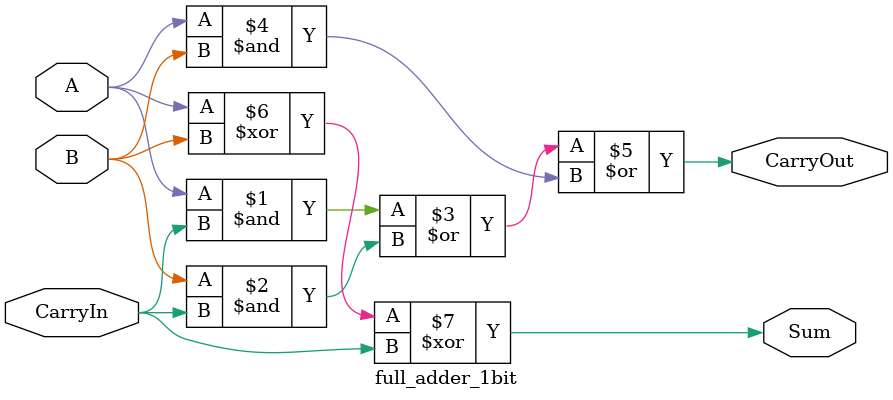
<source format=v>
module full_adder_1bit (A, B, CarryIn, Sum, CarryOut);

    input A, B, CarryIn;
    output Sum, CarryOut;
    assign CarryOut = (A & CarryIn) | (B & CarryIn) | (A & B);
    assign Sum = A ^ B ^ CarryIn;

endmodule
</source>
